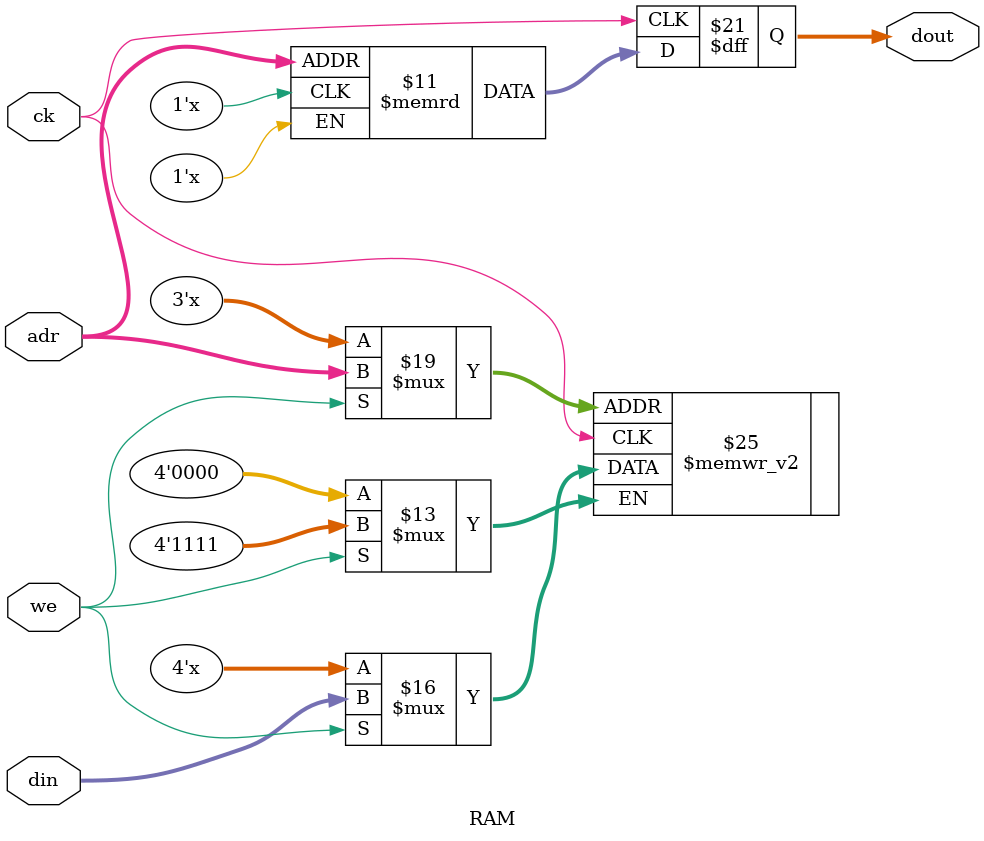
<source format=v>
`timescale 1ns / 1ps

module RAM(
    input ck,
    input we,
    input[2:0] adr,
    input[3:0] din,
    output reg [3:0] dout
    );
    
 reg [3:0] mem [ 0:7 ] ;
 
 //scrierea sincrona
 
 always @ (posedge ck)
 
 if (we == 1)
    mem[adr] <= din;
    
//citirea sincrona

always @ (posedge ck)
    dout <= mem[adr];       
endmodule

</source>
